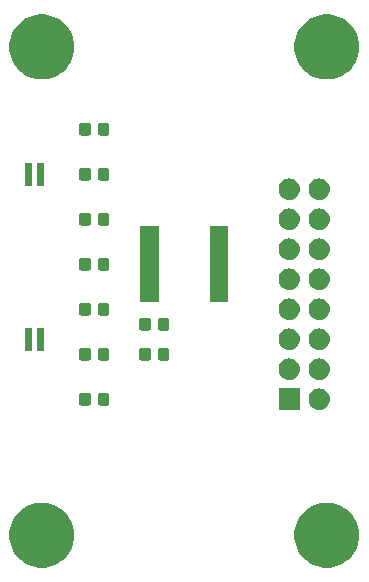
<source format=gbr>
G04 #@! TF.GenerationSoftware,KiCad,Pcbnew,(5.1.2)-1*
G04 #@! TF.CreationDate,2020-09-11T17:35:28+02:00*
G04 #@! TF.ProjectId,LEDadapter,4c454461-6461-4707-9465-722e6b696361,1.0*
G04 #@! TF.SameCoordinates,Original*
G04 #@! TF.FileFunction,Soldermask,Top*
G04 #@! TF.FilePolarity,Negative*
%FSLAX46Y46*%
G04 Gerber Fmt 4.6, Leading zero omitted, Abs format (unit mm)*
G04 Created by KiCad (PCBNEW (5.1.2)-1) date 2020-09-11 17:35:28*
%MOMM*%
%LPD*%
G04 APERTURE LIST*
%ADD10C,0.100000*%
G04 APERTURE END LIST*
D10*
G36*
X109121694Y-107855360D02*
G01*
X109387437Y-107908219D01*
X109888087Y-108115595D01*
X110068561Y-108236184D01*
X110338660Y-108416658D01*
X110721842Y-108799840D01*
X110902316Y-109069939D01*
X111022905Y-109250413D01*
X111230281Y-109751063D01*
X111336000Y-110282550D01*
X111336000Y-110824450D01*
X111230281Y-111355937D01*
X111022905Y-111856587D01*
X110902316Y-112037061D01*
X110721842Y-112307160D01*
X110338660Y-112690342D01*
X110068561Y-112870816D01*
X109888087Y-112991405D01*
X109387437Y-113198781D01*
X109121694Y-113251640D01*
X108855951Y-113304500D01*
X108314049Y-113304500D01*
X108048306Y-113251640D01*
X107782563Y-113198781D01*
X107281913Y-112991405D01*
X107101439Y-112870816D01*
X106831340Y-112690342D01*
X106448158Y-112307160D01*
X106267684Y-112037061D01*
X106147095Y-111856587D01*
X105939719Y-111355937D01*
X105834000Y-110824450D01*
X105834000Y-110282550D01*
X105939719Y-109751063D01*
X106147095Y-109250413D01*
X106267684Y-109069939D01*
X106448158Y-108799840D01*
X106831340Y-108416658D01*
X107101439Y-108236184D01*
X107281913Y-108115595D01*
X107782563Y-107908219D01*
X108048306Y-107855360D01*
X108314049Y-107802500D01*
X108855951Y-107802500D01*
X109121694Y-107855360D01*
X109121694Y-107855360D01*
G37*
G36*
X84991694Y-107855360D02*
G01*
X85257437Y-107908219D01*
X85758087Y-108115595D01*
X85938561Y-108236184D01*
X86208660Y-108416658D01*
X86591842Y-108799840D01*
X86772316Y-109069939D01*
X86892905Y-109250413D01*
X87100281Y-109751063D01*
X87206000Y-110282550D01*
X87206000Y-110824450D01*
X87100281Y-111355937D01*
X86892905Y-111856587D01*
X86772316Y-112037061D01*
X86591842Y-112307160D01*
X86208660Y-112690342D01*
X85938561Y-112870816D01*
X85758087Y-112991405D01*
X85257437Y-113198781D01*
X84991694Y-113251640D01*
X84725951Y-113304500D01*
X84184049Y-113304500D01*
X83918306Y-113251640D01*
X83652563Y-113198781D01*
X83151913Y-112991405D01*
X82971439Y-112870816D01*
X82701340Y-112690342D01*
X82318158Y-112307160D01*
X82137684Y-112037061D01*
X82017095Y-111856587D01*
X81809719Y-111355937D01*
X81704000Y-110824450D01*
X81704000Y-110282550D01*
X81809719Y-109751063D01*
X82017095Y-109250413D01*
X82137684Y-109069939D01*
X82318158Y-108799840D01*
X82701340Y-108416658D01*
X82971439Y-108236184D01*
X83151913Y-108115595D01*
X83652563Y-107908219D01*
X83918306Y-107855360D01*
X84184049Y-107802500D01*
X84725951Y-107802500D01*
X84991694Y-107855360D01*
X84991694Y-107855360D01*
G37*
G36*
X108129294Y-98158633D02*
G01*
X108301695Y-98210931D01*
X108460583Y-98295858D01*
X108599849Y-98410151D01*
X108714142Y-98549417D01*
X108799069Y-98708305D01*
X108851367Y-98880706D01*
X108869025Y-99060000D01*
X108851367Y-99239294D01*
X108799069Y-99411695D01*
X108714142Y-99570583D01*
X108599849Y-99709849D01*
X108460583Y-99824142D01*
X108301695Y-99909069D01*
X108129294Y-99961367D01*
X107994931Y-99974600D01*
X107905069Y-99974600D01*
X107770706Y-99961367D01*
X107598305Y-99909069D01*
X107439417Y-99824142D01*
X107300151Y-99709849D01*
X107185858Y-99570583D01*
X107100931Y-99411695D01*
X107048633Y-99239294D01*
X107030975Y-99060000D01*
X107048633Y-98880706D01*
X107100931Y-98708305D01*
X107185858Y-98549417D01*
X107300151Y-98410151D01*
X107439417Y-98295858D01*
X107598305Y-98210931D01*
X107770706Y-98158633D01*
X107905069Y-98145400D01*
X107994931Y-98145400D01*
X108129294Y-98158633D01*
X108129294Y-98158633D01*
G37*
G36*
X106324600Y-99974600D02*
G01*
X104495400Y-99974600D01*
X104495400Y-98145400D01*
X106324600Y-98145400D01*
X106324600Y-99974600D01*
X106324600Y-99974600D01*
G37*
G36*
X90029591Y-98538085D02*
G01*
X90063569Y-98548393D01*
X90094890Y-98565134D01*
X90122339Y-98587661D01*
X90144866Y-98615110D01*
X90161607Y-98646431D01*
X90171915Y-98680409D01*
X90176000Y-98721890D01*
X90176000Y-99398110D01*
X90171915Y-99439591D01*
X90161607Y-99473569D01*
X90144866Y-99504890D01*
X90122339Y-99532339D01*
X90094890Y-99554866D01*
X90063569Y-99571607D01*
X90029591Y-99581915D01*
X89988110Y-99586000D01*
X89386890Y-99586000D01*
X89345409Y-99581915D01*
X89311431Y-99571607D01*
X89280110Y-99554866D01*
X89252661Y-99532339D01*
X89230134Y-99504890D01*
X89213393Y-99473569D01*
X89203085Y-99439591D01*
X89199000Y-99398110D01*
X89199000Y-98721890D01*
X89203085Y-98680409D01*
X89213393Y-98646431D01*
X89230134Y-98615110D01*
X89252661Y-98587661D01*
X89280110Y-98565134D01*
X89311431Y-98548393D01*
X89345409Y-98538085D01*
X89386890Y-98534000D01*
X89988110Y-98534000D01*
X90029591Y-98538085D01*
X90029591Y-98538085D01*
G37*
G36*
X88454591Y-98538085D02*
G01*
X88488569Y-98548393D01*
X88519890Y-98565134D01*
X88547339Y-98587661D01*
X88569866Y-98615110D01*
X88586607Y-98646431D01*
X88596915Y-98680409D01*
X88601000Y-98721890D01*
X88601000Y-99398110D01*
X88596915Y-99439591D01*
X88586607Y-99473569D01*
X88569866Y-99504890D01*
X88547339Y-99532339D01*
X88519890Y-99554866D01*
X88488569Y-99571607D01*
X88454591Y-99581915D01*
X88413110Y-99586000D01*
X87811890Y-99586000D01*
X87770409Y-99581915D01*
X87736431Y-99571607D01*
X87705110Y-99554866D01*
X87677661Y-99532339D01*
X87655134Y-99504890D01*
X87638393Y-99473569D01*
X87628085Y-99439591D01*
X87624000Y-99398110D01*
X87624000Y-98721890D01*
X87628085Y-98680409D01*
X87638393Y-98646431D01*
X87655134Y-98615110D01*
X87677661Y-98587661D01*
X87705110Y-98565134D01*
X87736431Y-98548393D01*
X87770409Y-98538085D01*
X87811890Y-98534000D01*
X88413110Y-98534000D01*
X88454591Y-98538085D01*
X88454591Y-98538085D01*
G37*
G36*
X108129294Y-95618633D02*
G01*
X108301695Y-95670931D01*
X108460583Y-95755858D01*
X108599849Y-95870151D01*
X108714142Y-96009417D01*
X108799069Y-96168305D01*
X108851367Y-96340706D01*
X108869025Y-96520000D01*
X108851367Y-96699294D01*
X108799069Y-96871695D01*
X108714142Y-97030583D01*
X108599849Y-97169849D01*
X108460583Y-97284142D01*
X108301695Y-97369069D01*
X108129294Y-97421367D01*
X107994931Y-97434600D01*
X107905069Y-97434600D01*
X107770706Y-97421367D01*
X107598305Y-97369069D01*
X107439417Y-97284142D01*
X107300151Y-97169849D01*
X107185858Y-97030583D01*
X107100931Y-96871695D01*
X107048633Y-96699294D01*
X107030975Y-96520000D01*
X107048633Y-96340706D01*
X107100931Y-96168305D01*
X107185858Y-96009417D01*
X107300151Y-95870151D01*
X107439417Y-95755858D01*
X107598305Y-95670931D01*
X107770706Y-95618633D01*
X107905069Y-95605400D01*
X107994931Y-95605400D01*
X108129294Y-95618633D01*
X108129294Y-95618633D01*
G37*
G36*
X105589294Y-95618633D02*
G01*
X105761695Y-95670931D01*
X105920583Y-95755858D01*
X106059849Y-95870151D01*
X106174142Y-96009417D01*
X106259069Y-96168305D01*
X106311367Y-96340706D01*
X106329025Y-96520000D01*
X106311367Y-96699294D01*
X106259069Y-96871695D01*
X106174142Y-97030583D01*
X106059849Y-97169849D01*
X105920583Y-97284142D01*
X105761695Y-97369069D01*
X105589294Y-97421367D01*
X105454931Y-97434600D01*
X105365069Y-97434600D01*
X105230706Y-97421367D01*
X105058305Y-97369069D01*
X104899417Y-97284142D01*
X104760151Y-97169849D01*
X104645858Y-97030583D01*
X104560931Y-96871695D01*
X104508633Y-96699294D01*
X104490975Y-96520000D01*
X104508633Y-96340706D01*
X104560931Y-96168305D01*
X104645858Y-96009417D01*
X104760151Y-95870151D01*
X104899417Y-95755858D01*
X105058305Y-95670931D01*
X105230706Y-95618633D01*
X105365069Y-95605400D01*
X105454931Y-95605400D01*
X105589294Y-95618633D01*
X105589294Y-95618633D01*
G37*
G36*
X90029591Y-94728085D02*
G01*
X90063569Y-94738393D01*
X90094890Y-94755134D01*
X90122339Y-94777661D01*
X90144866Y-94805110D01*
X90161607Y-94836431D01*
X90171915Y-94870409D01*
X90176000Y-94911890D01*
X90176000Y-95588110D01*
X90171915Y-95629591D01*
X90161607Y-95663569D01*
X90144866Y-95694890D01*
X90122339Y-95722339D01*
X90094890Y-95744866D01*
X90063569Y-95761607D01*
X90029591Y-95771915D01*
X89988110Y-95776000D01*
X89386890Y-95776000D01*
X89345409Y-95771915D01*
X89311431Y-95761607D01*
X89280110Y-95744866D01*
X89252661Y-95722339D01*
X89230134Y-95694890D01*
X89213393Y-95663569D01*
X89203085Y-95629591D01*
X89199000Y-95588110D01*
X89199000Y-94911890D01*
X89203085Y-94870409D01*
X89213393Y-94836431D01*
X89230134Y-94805110D01*
X89252661Y-94777661D01*
X89280110Y-94755134D01*
X89311431Y-94738393D01*
X89345409Y-94728085D01*
X89386890Y-94724000D01*
X89988110Y-94724000D01*
X90029591Y-94728085D01*
X90029591Y-94728085D01*
G37*
G36*
X95109591Y-94728085D02*
G01*
X95143569Y-94738393D01*
X95174890Y-94755134D01*
X95202339Y-94777661D01*
X95224866Y-94805110D01*
X95241607Y-94836431D01*
X95251915Y-94870409D01*
X95256000Y-94911890D01*
X95256000Y-95588110D01*
X95251915Y-95629591D01*
X95241607Y-95663569D01*
X95224866Y-95694890D01*
X95202339Y-95722339D01*
X95174890Y-95744866D01*
X95143569Y-95761607D01*
X95109591Y-95771915D01*
X95068110Y-95776000D01*
X94466890Y-95776000D01*
X94425409Y-95771915D01*
X94391431Y-95761607D01*
X94360110Y-95744866D01*
X94332661Y-95722339D01*
X94310134Y-95694890D01*
X94293393Y-95663569D01*
X94283085Y-95629591D01*
X94279000Y-95588110D01*
X94279000Y-94911890D01*
X94283085Y-94870409D01*
X94293393Y-94836431D01*
X94310134Y-94805110D01*
X94332661Y-94777661D01*
X94360110Y-94755134D01*
X94391431Y-94738393D01*
X94425409Y-94728085D01*
X94466890Y-94724000D01*
X95068110Y-94724000D01*
X95109591Y-94728085D01*
X95109591Y-94728085D01*
G37*
G36*
X93534591Y-94728085D02*
G01*
X93568569Y-94738393D01*
X93599890Y-94755134D01*
X93627339Y-94777661D01*
X93649866Y-94805110D01*
X93666607Y-94836431D01*
X93676915Y-94870409D01*
X93681000Y-94911890D01*
X93681000Y-95588110D01*
X93676915Y-95629591D01*
X93666607Y-95663569D01*
X93649866Y-95694890D01*
X93627339Y-95722339D01*
X93599890Y-95744866D01*
X93568569Y-95761607D01*
X93534591Y-95771915D01*
X93493110Y-95776000D01*
X92891890Y-95776000D01*
X92850409Y-95771915D01*
X92816431Y-95761607D01*
X92785110Y-95744866D01*
X92757661Y-95722339D01*
X92735134Y-95694890D01*
X92718393Y-95663569D01*
X92708085Y-95629591D01*
X92704000Y-95588110D01*
X92704000Y-94911890D01*
X92708085Y-94870409D01*
X92718393Y-94836431D01*
X92735134Y-94805110D01*
X92757661Y-94777661D01*
X92785110Y-94755134D01*
X92816431Y-94738393D01*
X92850409Y-94728085D01*
X92891890Y-94724000D01*
X93493110Y-94724000D01*
X93534591Y-94728085D01*
X93534591Y-94728085D01*
G37*
G36*
X88454591Y-94728085D02*
G01*
X88488569Y-94738393D01*
X88519890Y-94755134D01*
X88547339Y-94777661D01*
X88569866Y-94805110D01*
X88586607Y-94836431D01*
X88596915Y-94870409D01*
X88601000Y-94911890D01*
X88601000Y-95588110D01*
X88596915Y-95629591D01*
X88586607Y-95663569D01*
X88569866Y-95694890D01*
X88547339Y-95722339D01*
X88519890Y-95744866D01*
X88488569Y-95761607D01*
X88454591Y-95771915D01*
X88413110Y-95776000D01*
X87811890Y-95776000D01*
X87770409Y-95771915D01*
X87736431Y-95761607D01*
X87705110Y-95744866D01*
X87677661Y-95722339D01*
X87655134Y-95694890D01*
X87638393Y-95663569D01*
X87628085Y-95629591D01*
X87624000Y-95588110D01*
X87624000Y-94911890D01*
X87628085Y-94870409D01*
X87638393Y-94836431D01*
X87655134Y-94805110D01*
X87677661Y-94777661D01*
X87705110Y-94755134D01*
X87736431Y-94738393D01*
X87770409Y-94728085D01*
X87811890Y-94724000D01*
X88413110Y-94724000D01*
X88454591Y-94728085D01*
X88454591Y-94728085D01*
G37*
G36*
X83621000Y-94941000D02*
G01*
X83019000Y-94941000D01*
X83019000Y-93019000D01*
X83621000Y-93019000D01*
X83621000Y-94941000D01*
X83621000Y-94941000D01*
G37*
G36*
X84621000Y-94941000D02*
G01*
X84019000Y-94941000D01*
X84019000Y-93019000D01*
X84621000Y-93019000D01*
X84621000Y-94941000D01*
X84621000Y-94941000D01*
G37*
G36*
X105589294Y-93078633D02*
G01*
X105761695Y-93130931D01*
X105920583Y-93215858D01*
X106059849Y-93330151D01*
X106174142Y-93469417D01*
X106259069Y-93628305D01*
X106311367Y-93800706D01*
X106329025Y-93980000D01*
X106311367Y-94159294D01*
X106259069Y-94331695D01*
X106174142Y-94490583D01*
X106059849Y-94629849D01*
X105920583Y-94744142D01*
X105761695Y-94829069D01*
X105589294Y-94881367D01*
X105454931Y-94894600D01*
X105365069Y-94894600D01*
X105230706Y-94881367D01*
X105058305Y-94829069D01*
X104899417Y-94744142D01*
X104760151Y-94629849D01*
X104645858Y-94490583D01*
X104560931Y-94331695D01*
X104508633Y-94159294D01*
X104490975Y-93980000D01*
X104508633Y-93800706D01*
X104560931Y-93628305D01*
X104645858Y-93469417D01*
X104760151Y-93330151D01*
X104899417Y-93215858D01*
X105058305Y-93130931D01*
X105230706Y-93078633D01*
X105365069Y-93065400D01*
X105454931Y-93065400D01*
X105589294Y-93078633D01*
X105589294Y-93078633D01*
G37*
G36*
X108129294Y-93078633D02*
G01*
X108301695Y-93130931D01*
X108460583Y-93215858D01*
X108599849Y-93330151D01*
X108714142Y-93469417D01*
X108799069Y-93628305D01*
X108851367Y-93800706D01*
X108869025Y-93980000D01*
X108851367Y-94159294D01*
X108799069Y-94331695D01*
X108714142Y-94490583D01*
X108599849Y-94629849D01*
X108460583Y-94744142D01*
X108301695Y-94829069D01*
X108129294Y-94881367D01*
X107994931Y-94894600D01*
X107905069Y-94894600D01*
X107770706Y-94881367D01*
X107598305Y-94829069D01*
X107439417Y-94744142D01*
X107300151Y-94629849D01*
X107185858Y-94490583D01*
X107100931Y-94331695D01*
X107048633Y-94159294D01*
X107030975Y-93980000D01*
X107048633Y-93800706D01*
X107100931Y-93628305D01*
X107185858Y-93469417D01*
X107300151Y-93330151D01*
X107439417Y-93215858D01*
X107598305Y-93130931D01*
X107770706Y-93078633D01*
X107905069Y-93065400D01*
X107994931Y-93065400D01*
X108129294Y-93078633D01*
X108129294Y-93078633D01*
G37*
G36*
X93534591Y-92188085D02*
G01*
X93568569Y-92198393D01*
X93599890Y-92215134D01*
X93627339Y-92237661D01*
X93649866Y-92265110D01*
X93666607Y-92296431D01*
X93676915Y-92330409D01*
X93681000Y-92371890D01*
X93681000Y-93048110D01*
X93676915Y-93089591D01*
X93666607Y-93123569D01*
X93649866Y-93154890D01*
X93627339Y-93182339D01*
X93599890Y-93204866D01*
X93568569Y-93221607D01*
X93534591Y-93231915D01*
X93493110Y-93236000D01*
X92891890Y-93236000D01*
X92850409Y-93231915D01*
X92816431Y-93221607D01*
X92785110Y-93204866D01*
X92757661Y-93182339D01*
X92735134Y-93154890D01*
X92718393Y-93123569D01*
X92708085Y-93089591D01*
X92704000Y-93048110D01*
X92704000Y-92371890D01*
X92708085Y-92330409D01*
X92718393Y-92296431D01*
X92735134Y-92265110D01*
X92757661Y-92237661D01*
X92785110Y-92215134D01*
X92816431Y-92198393D01*
X92850409Y-92188085D01*
X92891890Y-92184000D01*
X93493110Y-92184000D01*
X93534591Y-92188085D01*
X93534591Y-92188085D01*
G37*
G36*
X95109591Y-92188085D02*
G01*
X95143569Y-92198393D01*
X95174890Y-92215134D01*
X95202339Y-92237661D01*
X95224866Y-92265110D01*
X95241607Y-92296431D01*
X95251915Y-92330409D01*
X95256000Y-92371890D01*
X95256000Y-93048110D01*
X95251915Y-93089591D01*
X95241607Y-93123569D01*
X95224866Y-93154890D01*
X95202339Y-93182339D01*
X95174890Y-93204866D01*
X95143569Y-93221607D01*
X95109591Y-93231915D01*
X95068110Y-93236000D01*
X94466890Y-93236000D01*
X94425409Y-93231915D01*
X94391431Y-93221607D01*
X94360110Y-93204866D01*
X94332661Y-93182339D01*
X94310134Y-93154890D01*
X94293393Y-93123569D01*
X94283085Y-93089591D01*
X94279000Y-93048110D01*
X94279000Y-92371890D01*
X94283085Y-92330409D01*
X94293393Y-92296431D01*
X94310134Y-92265110D01*
X94332661Y-92237661D01*
X94360110Y-92215134D01*
X94391431Y-92198393D01*
X94425409Y-92188085D01*
X94466890Y-92184000D01*
X95068110Y-92184000D01*
X95109591Y-92188085D01*
X95109591Y-92188085D01*
G37*
G36*
X108129294Y-90538633D02*
G01*
X108301695Y-90590931D01*
X108460583Y-90675858D01*
X108599849Y-90790151D01*
X108714142Y-90929417D01*
X108799069Y-91088305D01*
X108851367Y-91260706D01*
X108869025Y-91440000D01*
X108851367Y-91619294D01*
X108799069Y-91791695D01*
X108714142Y-91950583D01*
X108599849Y-92089849D01*
X108460583Y-92204142D01*
X108301695Y-92289069D01*
X108129294Y-92341367D01*
X107994931Y-92354600D01*
X107905069Y-92354600D01*
X107770706Y-92341367D01*
X107598305Y-92289069D01*
X107439417Y-92204142D01*
X107300151Y-92089849D01*
X107185858Y-91950583D01*
X107100931Y-91791695D01*
X107048633Y-91619294D01*
X107030975Y-91440000D01*
X107048633Y-91260706D01*
X107100931Y-91088305D01*
X107185858Y-90929417D01*
X107300151Y-90790151D01*
X107439417Y-90675858D01*
X107598305Y-90590931D01*
X107770706Y-90538633D01*
X107905069Y-90525400D01*
X107994931Y-90525400D01*
X108129294Y-90538633D01*
X108129294Y-90538633D01*
G37*
G36*
X105589294Y-90538633D02*
G01*
X105761695Y-90590931D01*
X105920583Y-90675858D01*
X106059849Y-90790151D01*
X106174142Y-90929417D01*
X106259069Y-91088305D01*
X106311367Y-91260706D01*
X106329025Y-91440000D01*
X106311367Y-91619294D01*
X106259069Y-91791695D01*
X106174142Y-91950583D01*
X106059849Y-92089849D01*
X105920583Y-92204142D01*
X105761695Y-92289069D01*
X105589294Y-92341367D01*
X105454931Y-92354600D01*
X105365069Y-92354600D01*
X105230706Y-92341367D01*
X105058305Y-92289069D01*
X104899417Y-92204142D01*
X104760151Y-92089849D01*
X104645858Y-91950583D01*
X104560931Y-91791695D01*
X104508633Y-91619294D01*
X104490975Y-91440000D01*
X104508633Y-91260706D01*
X104560931Y-91088305D01*
X104645858Y-90929417D01*
X104760151Y-90790151D01*
X104899417Y-90675858D01*
X105058305Y-90590931D01*
X105230706Y-90538633D01*
X105365069Y-90525400D01*
X105454931Y-90525400D01*
X105589294Y-90538633D01*
X105589294Y-90538633D01*
G37*
G36*
X88454591Y-90918085D02*
G01*
X88488569Y-90928393D01*
X88519890Y-90945134D01*
X88547339Y-90967661D01*
X88569866Y-90995110D01*
X88586607Y-91026431D01*
X88596915Y-91060409D01*
X88601000Y-91101890D01*
X88601000Y-91778110D01*
X88596915Y-91819591D01*
X88586607Y-91853569D01*
X88569866Y-91884890D01*
X88547339Y-91912339D01*
X88519890Y-91934866D01*
X88488569Y-91951607D01*
X88454591Y-91961915D01*
X88413110Y-91966000D01*
X87811890Y-91966000D01*
X87770409Y-91961915D01*
X87736431Y-91951607D01*
X87705110Y-91934866D01*
X87677661Y-91912339D01*
X87655134Y-91884890D01*
X87638393Y-91853569D01*
X87628085Y-91819591D01*
X87624000Y-91778110D01*
X87624000Y-91101890D01*
X87628085Y-91060409D01*
X87638393Y-91026431D01*
X87655134Y-90995110D01*
X87677661Y-90967661D01*
X87705110Y-90945134D01*
X87736431Y-90928393D01*
X87770409Y-90918085D01*
X87811890Y-90914000D01*
X88413110Y-90914000D01*
X88454591Y-90918085D01*
X88454591Y-90918085D01*
G37*
G36*
X90029591Y-90918085D02*
G01*
X90063569Y-90928393D01*
X90094890Y-90945134D01*
X90122339Y-90967661D01*
X90144866Y-90995110D01*
X90161607Y-91026431D01*
X90171915Y-91060409D01*
X90176000Y-91101890D01*
X90176000Y-91778110D01*
X90171915Y-91819591D01*
X90161607Y-91853569D01*
X90144866Y-91884890D01*
X90122339Y-91912339D01*
X90094890Y-91934866D01*
X90063569Y-91951607D01*
X90029591Y-91961915D01*
X89988110Y-91966000D01*
X89386890Y-91966000D01*
X89345409Y-91961915D01*
X89311431Y-91951607D01*
X89280110Y-91934866D01*
X89252661Y-91912339D01*
X89230134Y-91884890D01*
X89213393Y-91853569D01*
X89203085Y-91819591D01*
X89199000Y-91778110D01*
X89199000Y-91101890D01*
X89203085Y-91060409D01*
X89213393Y-91026431D01*
X89230134Y-90995110D01*
X89252661Y-90967661D01*
X89280110Y-90945134D01*
X89311431Y-90928393D01*
X89345409Y-90918085D01*
X89386890Y-90914000D01*
X89988110Y-90914000D01*
X90029591Y-90918085D01*
X90029591Y-90918085D01*
G37*
G36*
X100246000Y-90831000D02*
G01*
X98694000Y-90831000D01*
X98694000Y-84429000D01*
X100246000Y-84429000D01*
X100246000Y-90831000D01*
X100246000Y-90831000D01*
G37*
G36*
X94346000Y-90831000D02*
G01*
X92794000Y-90831000D01*
X92794000Y-84429000D01*
X94346000Y-84429000D01*
X94346000Y-90831000D01*
X94346000Y-90831000D01*
G37*
G36*
X108129294Y-87998633D02*
G01*
X108301695Y-88050931D01*
X108460583Y-88135858D01*
X108599849Y-88250151D01*
X108714142Y-88389417D01*
X108799069Y-88548305D01*
X108851367Y-88720706D01*
X108869025Y-88900000D01*
X108851367Y-89079294D01*
X108799069Y-89251695D01*
X108714142Y-89410583D01*
X108599849Y-89549849D01*
X108460583Y-89664142D01*
X108301695Y-89749069D01*
X108129294Y-89801367D01*
X107994931Y-89814600D01*
X107905069Y-89814600D01*
X107770706Y-89801367D01*
X107598305Y-89749069D01*
X107439417Y-89664142D01*
X107300151Y-89549849D01*
X107185858Y-89410583D01*
X107100931Y-89251695D01*
X107048633Y-89079294D01*
X107030975Y-88900000D01*
X107048633Y-88720706D01*
X107100931Y-88548305D01*
X107185858Y-88389417D01*
X107300151Y-88250151D01*
X107439417Y-88135858D01*
X107598305Y-88050931D01*
X107770706Y-87998633D01*
X107905069Y-87985400D01*
X107994931Y-87985400D01*
X108129294Y-87998633D01*
X108129294Y-87998633D01*
G37*
G36*
X105589294Y-87998633D02*
G01*
X105761695Y-88050931D01*
X105920583Y-88135858D01*
X106059849Y-88250151D01*
X106174142Y-88389417D01*
X106259069Y-88548305D01*
X106311367Y-88720706D01*
X106329025Y-88900000D01*
X106311367Y-89079294D01*
X106259069Y-89251695D01*
X106174142Y-89410583D01*
X106059849Y-89549849D01*
X105920583Y-89664142D01*
X105761695Y-89749069D01*
X105589294Y-89801367D01*
X105454931Y-89814600D01*
X105365069Y-89814600D01*
X105230706Y-89801367D01*
X105058305Y-89749069D01*
X104899417Y-89664142D01*
X104760151Y-89549849D01*
X104645858Y-89410583D01*
X104560931Y-89251695D01*
X104508633Y-89079294D01*
X104490975Y-88900000D01*
X104508633Y-88720706D01*
X104560931Y-88548305D01*
X104645858Y-88389417D01*
X104760151Y-88250151D01*
X104899417Y-88135858D01*
X105058305Y-88050931D01*
X105230706Y-87998633D01*
X105365069Y-87985400D01*
X105454931Y-87985400D01*
X105589294Y-87998633D01*
X105589294Y-87998633D01*
G37*
G36*
X88454591Y-87108085D02*
G01*
X88488569Y-87118393D01*
X88519890Y-87135134D01*
X88547339Y-87157661D01*
X88569866Y-87185110D01*
X88586607Y-87216431D01*
X88596915Y-87250409D01*
X88601000Y-87291890D01*
X88601000Y-87968110D01*
X88596915Y-88009591D01*
X88586607Y-88043569D01*
X88569866Y-88074890D01*
X88547339Y-88102339D01*
X88519890Y-88124866D01*
X88488569Y-88141607D01*
X88454591Y-88151915D01*
X88413110Y-88156000D01*
X87811890Y-88156000D01*
X87770409Y-88151915D01*
X87736431Y-88141607D01*
X87705110Y-88124866D01*
X87677661Y-88102339D01*
X87655134Y-88074890D01*
X87638393Y-88043569D01*
X87628085Y-88009591D01*
X87624000Y-87968110D01*
X87624000Y-87291890D01*
X87628085Y-87250409D01*
X87638393Y-87216431D01*
X87655134Y-87185110D01*
X87677661Y-87157661D01*
X87705110Y-87135134D01*
X87736431Y-87118393D01*
X87770409Y-87108085D01*
X87811890Y-87104000D01*
X88413110Y-87104000D01*
X88454591Y-87108085D01*
X88454591Y-87108085D01*
G37*
G36*
X90029591Y-87108085D02*
G01*
X90063569Y-87118393D01*
X90094890Y-87135134D01*
X90122339Y-87157661D01*
X90144866Y-87185110D01*
X90161607Y-87216431D01*
X90171915Y-87250409D01*
X90176000Y-87291890D01*
X90176000Y-87968110D01*
X90171915Y-88009591D01*
X90161607Y-88043569D01*
X90144866Y-88074890D01*
X90122339Y-88102339D01*
X90094890Y-88124866D01*
X90063569Y-88141607D01*
X90029591Y-88151915D01*
X89988110Y-88156000D01*
X89386890Y-88156000D01*
X89345409Y-88151915D01*
X89311431Y-88141607D01*
X89280110Y-88124866D01*
X89252661Y-88102339D01*
X89230134Y-88074890D01*
X89213393Y-88043569D01*
X89203085Y-88009591D01*
X89199000Y-87968110D01*
X89199000Y-87291890D01*
X89203085Y-87250409D01*
X89213393Y-87216431D01*
X89230134Y-87185110D01*
X89252661Y-87157661D01*
X89280110Y-87135134D01*
X89311431Y-87118393D01*
X89345409Y-87108085D01*
X89386890Y-87104000D01*
X89988110Y-87104000D01*
X90029591Y-87108085D01*
X90029591Y-87108085D01*
G37*
G36*
X105589294Y-85458633D02*
G01*
X105761695Y-85510931D01*
X105920583Y-85595858D01*
X106059849Y-85710151D01*
X106174142Y-85849417D01*
X106259069Y-86008305D01*
X106311367Y-86180706D01*
X106329025Y-86360000D01*
X106311367Y-86539294D01*
X106259069Y-86711695D01*
X106174142Y-86870583D01*
X106059849Y-87009849D01*
X105920583Y-87124142D01*
X105761695Y-87209069D01*
X105589294Y-87261367D01*
X105454931Y-87274600D01*
X105365069Y-87274600D01*
X105230706Y-87261367D01*
X105058305Y-87209069D01*
X104899417Y-87124142D01*
X104760151Y-87009849D01*
X104645858Y-86870583D01*
X104560931Y-86711695D01*
X104508633Y-86539294D01*
X104490975Y-86360000D01*
X104508633Y-86180706D01*
X104560931Y-86008305D01*
X104645858Y-85849417D01*
X104760151Y-85710151D01*
X104899417Y-85595858D01*
X105058305Y-85510931D01*
X105230706Y-85458633D01*
X105365069Y-85445400D01*
X105454931Y-85445400D01*
X105589294Y-85458633D01*
X105589294Y-85458633D01*
G37*
G36*
X108129294Y-85458633D02*
G01*
X108301695Y-85510931D01*
X108460583Y-85595858D01*
X108599849Y-85710151D01*
X108714142Y-85849417D01*
X108799069Y-86008305D01*
X108851367Y-86180706D01*
X108869025Y-86360000D01*
X108851367Y-86539294D01*
X108799069Y-86711695D01*
X108714142Y-86870583D01*
X108599849Y-87009849D01*
X108460583Y-87124142D01*
X108301695Y-87209069D01*
X108129294Y-87261367D01*
X107994931Y-87274600D01*
X107905069Y-87274600D01*
X107770706Y-87261367D01*
X107598305Y-87209069D01*
X107439417Y-87124142D01*
X107300151Y-87009849D01*
X107185858Y-86870583D01*
X107100931Y-86711695D01*
X107048633Y-86539294D01*
X107030975Y-86360000D01*
X107048633Y-86180706D01*
X107100931Y-86008305D01*
X107185858Y-85849417D01*
X107300151Y-85710151D01*
X107439417Y-85595858D01*
X107598305Y-85510931D01*
X107770706Y-85458633D01*
X107905069Y-85445400D01*
X107994931Y-85445400D01*
X108129294Y-85458633D01*
X108129294Y-85458633D01*
G37*
G36*
X105589294Y-82918633D02*
G01*
X105761695Y-82970931D01*
X105920583Y-83055858D01*
X106059849Y-83170151D01*
X106174142Y-83309417D01*
X106259069Y-83468305D01*
X106311367Y-83640706D01*
X106329025Y-83820000D01*
X106311367Y-83999294D01*
X106259069Y-84171695D01*
X106174142Y-84330583D01*
X106059849Y-84469849D01*
X105920583Y-84584142D01*
X105761695Y-84669069D01*
X105589294Y-84721367D01*
X105454931Y-84734600D01*
X105365069Y-84734600D01*
X105230706Y-84721367D01*
X105058305Y-84669069D01*
X104899417Y-84584142D01*
X104760151Y-84469849D01*
X104645858Y-84330583D01*
X104560931Y-84171695D01*
X104508633Y-83999294D01*
X104490975Y-83820000D01*
X104508633Y-83640706D01*
X104560931Y-83468305D01*
X104645858Y-83309417D01*
X104760151Y-83170151D01*
X104899417Y-83055858D01*
X105058305Y-82970931D01*
X105230706Y-82918633D01*
X105365069Y-82905400D01*
X105454931Y-82905400D01*
X105589294Y-82918633D01*
X105589294Y-82918633D01*
G37*
G36*
X108129294Y-82918633D02*
G01*
X108301695Y-82970931D01*
X108460583Y-83055858D01*
X108599849Y-83170151D01*
X108714142Y-83309417D01*
X108799069Y-83468305D01*
X108851367Y-83640706D01*
X108869025Y-83820000D01*
X108851367Y-83999294D01*
X108799069Y-84171695D01*
X108714142Y-84330583D01*
X108599849Y-84469849D01*
X108460583Y-84584142D01*
X108301695Y-84669069D01*
X108129294Y-84721367D01*
X107994931Y-84734600D01*
X107905069Y-84734600D01*
X107770706Y-84721367D01*
X107598305Y-84669069D01*
X107439417Y-84584142D01*
X107300151Y-84469849D01*
X107185858Y-84330583D01*
X107100931Y-84171695D01*
X107048633Y-83999294D01*
X107030975Y-83820000D01*
X107048633Y-83640706D01*
X107100931Y-83468305D01*
X107185858Y-83309417D01*
X107300151Y-83170151D01*
X107439417Y-83055858D01*
X107598305Y-82970931D01*
X107770706Y-82918633D01*
X107905069Y-82905400D01*
X107994931Y-82905400D01*
X108129294Y-82918633D01*
X108129294Y-82918633D01*
G37*
G36*
X90029591Y-83298085D02*
G01*
X90063569Y-83308393D01*
X90094890Y-83325134D01*
X90122339Y-83347661D01*
X90144866Y-83375110D01*
X90161607Y-83406431D01*
X90171915Y-83440409D01*
X90176000Y-83481890D01*
X90176000Y-84158110D01*
X90171915Y-84199591D01*
X90161607Y-84233569D01*
X90144866Y-84264890D01*
X90122339Y-84292339D01*
X90094890Y-84314866D01*
X90063569Y-84331607D01*
X90029591Y-84341915D01*
X89988110Y-84346000D01*
X89386890Y-84346000D01*
X89345409Y-84341915D01*
X89311431Y-84331607D01*
X89280110Y-84314866D01*
X89252661Y-84292339D01*
X89230134Y-84264890D01*
X89213393Y-84233569D01*
X89203085Y-84199591D01*
X89199000Y-84158110D01*
X89199000Y-83481890D01*
X89203085Y-83440409D01*
X89213393Y-83406431D01*
X89230134Y-83375110D01*
X89252661Y-83347661D01*
X89280110Y-83325134D01*
X89311431Y-83308393D01*
X89345409Y-83298085D01*
X89386890Y-83294000D01*
X89988110Y-83294000D01*
X90029591Y-83298085D01*
X90029591Y-83298085D01*
G37*
G36*
X88454591Y-83298085D02*
G01*
X88488569Y-83308393D01*
X88519890Y-83325134D01*
X88547339Y-83347661D01*
X88569866Y-83375110D01*
X88586607Y-83406431D01*
X88596915Y-83440409D01*
X88601000Y-83481890D01*
X88601000Y-84158110D01*
X88596915Y-84199591D01*
X88586607Y-84233569D01*
X88569866Y-84264890D01*
X88547339Y-84292339D01*
X88519890Y-84314866D01*
X88488569Y-84331607D01*
X88454591Y-84341915D01*
X88413110Y-84346000D01*
X87811890Y-84346000D01*
X87770409Y-84341915D01*
X87736431Y-84331607D01*
X87705110Y-84314866D01*
X87677661Y-84292339D01*
X87655134Y-84264890D01*
X87638393Y-84233569D01*
X87628085Y-84199591D01*
X87624000Y-84158110D01*
X87624000Y-83481890D01*
X87628085Y-83440409D01*
X87638393Y-83406431D01*
X87655134Y-83375110D01*
X87677661Y-83347661D01*
X87705110Y-83325134D01*
X87736431Y-83308393D01*
X87770409Y-83298085D01*
X87811890Y-83294000D01*
X88413110Y-83294000D01*
X88454591Y-83298085D01*
X88454591Y-83298085D01*
G37*
G36*
X105589294Y-80378633D02*
G01*
X105761695Y-80430931D01*
X105920583Y-80515858D01*
X106059849Y-80630151D01*
X106174142Y-80769417D01*
X106259069Y-80928305D01*
X106311367Y-81100706D01*
X106329025Y-81280000D01*
X106311367Y-81459294D01*
X106259069Y-81631695D01*
X106174142Y-81790583D01*
X106059849Y-81929849D01*
X105920583Y-82044142D01*
X105761695Y-82129069D01*
X105589294Y-82181367D01*
X105454931Y-82194600D01*
X105365069Y-82194600D01*
X105230706Y-82181367D01*
X105058305Y-82129069D01*
X104899417Y-82044142D01*
X104760151Y-81929849D01*
X104645858Y-81790583D01*
X104560931Y-81631695D01*
X104508633Y-81459294D01*
X104490975Y-81280000D01*
X104508633Y-81100706D01*
X104560931Y-80928305D01*
X104645858Y-80769417D01*
X104760151Y-80630151D01*
X104899417Y-80515858D01*
X105058305Y-80430931D01*
X105230706Y-80378633D01*
X105365069Y-80365400D01*
X105454931Y-80365400D01*
X105589294Y-80378633D01*
X105589294Y-80378633D01*
G37*
G36*
X108129294Y-80378633D02*
G01*
X108301695Y-80430931D01*
X108460583Y-80515858D01*
X108599849Y-80630151D01*
X108714142Y-80769417D01*
X108799069Y-80928305D01*
X108851367Y-81100706D01*
X108869025Y-81280000D01*
X108851367Y-81459294D01*
X108799069Y-81631695D01*
X108714142Y-81790583D01*
X108599849Y-81929849D01*
X108460583Y-82044142D01*
X108301695Y-82129069D01*
X108129294Y-82181367D01*
X107994931Y-82194600D01*
X107905069Y-82194600D01*
X107770706Y-82181367D01*
X107598305Y-82129069D01*
X107439417Y-82044142D01*
X107300151Y-81929849D01*
X107185858Y-81790583D01*
X107100931Y-81631695D01*
X107048633Y-81459294D01*
X107030975Y-81280000D01*
X107048633Y-81100706D01*
X107100931Y-80928305D01*
X107185858Y-80769417D01*
X107300151Y-80630151D01*
X107439417Y-80515858D01*
X107598305Y-80430931D01*
X107770706Y-80378633D01*
X107905069Y-80365400D01*
X107994931Y-80365400D01*
X108129294Y-80378633D01*
X108129294Y-80378633D01*
G37*
G36*
X84621000Y-80971000D02*
G01*
X84019000Y-80971000D01*
X84019000Y-79049000D01*
X84621000Y-79049000D01*
X84621000Y-80971000D01*
X84621000Y-80971000D01*
G37*
G36*
X83621000Y-80971000D02*
G01*
X83019000Y-80971000D01*
X83019000Y-79049000D01*
X83621000Y-79049000D01*
X83621000Y-80971000D01*
X83621000Y-80971000D01*
G37*
G36*
X88454591Y-79488085D02*
G01*
X88488569Y-79498393D01*
X88519890Y-79515134D01*
X88547339Y-79537661D01*
X88569866Y-79565110D01*
X88586607Y-79596431D01*
X88596915Y-79630409D01*
X88601000Y-79671890D01*
X88601000Y-80348110D01*
X88596915Y-80389591D01*
X88586607Y-80423569D01*
X88569866Y-80454890D01*
X88547339Y-80482339D01*
X88519890Y-80504866D01*
X88488569Y-80521607D01*
X88454591Y-80531915D01*
X88413110Y-80536000D01*
X87811890Y-80536000D01*
X87770409Y-80531915D01*
X87736431Y-80521607D01*
X87705110Y-80504866D01*
X87677661Y-80482339D01*
X87655134Y-80454890D01*
X87638393Y-80423569D01*
X87628085Y-80389591D01*
X87624000Y-80348110D01*
X87624000Y-79671890D01*
X87628085Y-79630409D01*
X87638393Y-79596431D01*
X87655134Y-79565110D01*
X87677661Y-79537661D01*
X87705110Y-79515134D01*
X87736431Y-79498393D01*
X87770409Y-79488085D01*
X87811890Y-79484000D01*
X88413110Y-79484000D01*
X88454591Y-79488085D01*
X88454591Y-79488085D01*
G37*
G36*
X90029591Y-79488085D02*
G01*
X90063569Y-79498393D01*
X90094890Y-79515134D01*
X90122339Y-79537661D01*
X90144866Y-79565110D01*
X90161607Y-79596431D01*
X90171915Y-79630409D01*
X90176000Y-79671890D01*
X90176000Y-80348110D01*
X90171915Y-80389591D01*
X90161607Y-80423569D01*
X90144866Y-80454890D01*
X90122339Y-80482339D01*
X90094890Y-80504866D01*
X90063569Y-80521607D01*
X90029591Y-80531915D01*
X89988110Y-80536000D01*
X89386890Y-80536000D01*
X89345409Y-80531915D01*
X89311431Y-80521607D01*
X89280110Y-80504866D01*
X89252661Y-80482339D01*
X89230134Y-80454890D01*
X89213393Y-80423569D01*
X89203085Y-80389591D01*
X89199000Y-80348110D01*
X89199000Y-79671890D01*
X89203085Y-79630409D01*
X89213393Y-79596431D01*
X89230134Y-79565110D01*
X89252661Y-79537661D01*
X89280110Y-79515134D01*
X89311431Y-79498393D01*
X89345409Y-79488085D01*
X89386890Y-79484000D01*
X89988110Y-79484000D01*
X90029591Y-79488085D01*
X90029591Y-79488085D01*
G37*
G36*
X90029591Y-75678085D02*
G01*
X90063569Y-75688393D01*
X90094890Y-75705134D01*
X90122339Y-75727661D01*
X90144866Y-75755110D01*
X90161607Y-75786431D01*
X90171915Y-75820409D01*
X90176000Y-75861890D01*
X90176000Y-76538110D01*
X90171915Y-76579591D01*
X90161607Y-76613569D01*
X90144866Y-76644890D01*
X90122339Y-76672339D01*
X90094890Y-76694866D01*
X90063569Y-76711607D01*
X90029591Y-76721915D01*
X89988110Y-76726000D01*
X89386890Y-76726000D01*
X89345409Y-76721915D01*
X89311431Y-76711607D01*
X89280110Y-76694866D01*
X89252661Y-76672339D01*
X89230134Y-76644890D01*
X89213393Y-76613569D01*
X89203085Y-76579591D01*
X89199000Y-76538110D01*
X89199000Y-75861890D01*
X89203085Y-75820409D01*
X89213393Y-75786431D01*
X89230134Y-75755110D01*
X89252661Y-75727661D01*
X89280110Y-75705134D01*
X89311431Y-75688393D01*
X89345409Y-75678085D01*
X89386890Y-75674000D01*
X89988110Y-75674000D01*
X90029591Y-75678085D01*
X90029591Y-75678085D01*
G37*
G36*
X88454591Y-75678085D02*
G01*
X88488569Y-75688393D01*
X88519890Y-75705134D01*
X88547339Y-75727661D01*
X88569866Y-75755110D01*
X88586607Y-75786431D01*
X88596915Y-75820409D01*
X88601000Y-75861890D01*
X88601000Y-76538110D01*
X88596915Y-76579591D01*
X88586607Y-76613569D01*
X88569866Y-76644890D01*
X88547339Y-76672339D01*
X88519890Y-76694866D01*
X88488569Y-76711607D01*
X88454591Y-76721915D01*
X88413110Y-76726000D01*
X87811890Y-76726000D01*
X87770409Y-76721915D01*
X87736431Y-76711607D01*
X87705110Y-76694866D01*
X87677661Y-76672339D01*
X87655134Y-76644890D01*
X87638393Y-76613569D01*
X87628085Y-76579591D01*
X87624000Y-76538110D01*
X87624000Y-75861890D01*
X87628085Y-75820409D01*
X87638393Y-75786431D01*
X87655134Y-75755110D01*
X87677661Y-75727661D01*
X87705110Y-75705134D01*
X87736431Y-75688393D01*
X87770409Y-75678085D01*
X87811890Y-75674000D01*
X88413110Y-75674000D01*
X88454591Y-75678085D01*
X88454591Y-75678085D01*
G37*
G36*
X84991693Y-66516859D02*
G01*
X85257437Y-66569719D01*
X85758087Y-66777095D01*
X85938561Y-66897684D01*
X86208660Y-67078158D01*
X86591842Y-67461340D01*
X86772316Y-67731439D01*
X86892905Y-67911913D01*
X87100281Y-68412563D01*
X87206000Y-68944050D01*
X87206000Y-69485950D01*
X87100281Y-70017437D01*
X86892905Y-70518087D01*
X86772316Y-70698561D01*
X86591842Y-70968660D01*
X86208660Y-71351842D01*
X85938561Y-71532316D01*
X85758087Y-71652905D01*
X85257437Y-71860281D01*
X84991693Y-71913141D01*
X84725951Y-71966000D01*
X84184049Y-71966000D01*
X83918307Y-71913141D01*
X83652563Y-71860281D01*
X83151913Y-71652905D01*
X82971439Y-71532316D01*
X82701340Y-71351842D01*
X82318158Y-70968660D01*
X82137684Y-70698561D01*
X82017095Y-70518087D01*
X81809719Y-70017437D01*
X81704000Y-69485950D01*
X81704000Y-68944050D01*
X81809719Y-68412563D01*
X82017095Y-67911913D01*
X82137684Y-67731439D01*
X82318158Y-67461340D01*
X82701340Y-67078158D01*
X82971439Y-66897684D01*
X83151913Y-66777095D01*
X83652563Y-66569719D01*
X83918307Y-66516859D01*
X84184049Y-66464000D01*
X84725951Y-66464000D01*
X84991693Y-66516859D01*
X84991693Y-66516859D01*
G37*
G36*
X109121693Y-66516859D02*
G01*
X109387437Y-66569719D01*
X109888087Y-66777095D01*
X110068561Y-66897684D01*
X110338660Y-67078158D01*
X110721842Y-67461340D01*
X110902316Y-67731439D01*
X111022905Y-67911913D01*
X111230281Y-68412563D01*
X111336000Y-68944050D01*
X111336000Y-69485950D01*
X111230281Y-70017437D01*
X111022905Y-70518087D01*
X110902316Y-70698561D01*
X110721842Y-70968660D01*
X110338660Y-71351842D01*
X110068561Y-71532316D01*
X109888087Y-71652905D01*
X109387437Y-71860281D01*
X109121693Y-71913141D01*
X108855951Y-71966000D01*
X108314049Y-71966000D01*
X108048307Y-71913141D01*
X107782563Y-71860281D01*
X107281913Y-71652905D01*
X107101439Y-71532316D01*
X106831340Y-71351842D01*
X106448158Y-70968660D01*
X106267684Y-70698561D01*
X106147095Y-70518087D01*
X105939719Y-70017437D01*
X105834000Y-69485950D01*
X105834000Y-68944050D01*
X105939719Y-68412563D01*
X106147095Y-67911913D01*
X106267684Y-67731439D01*
X106448158Y-67461340D01*
X106831340Y-67078158D01*
X107101439Y-66897684D01*
X107281913Y-66777095D01*
X107782563Y-66569719D01*
X108048307Y-66516859D01*
X108314049Y-66464000D01*
X108855951Y-66464000D01*
X109121693Y-66516859D01*
X109121693Y-66516859D01*
G37*
M02*

</source>
